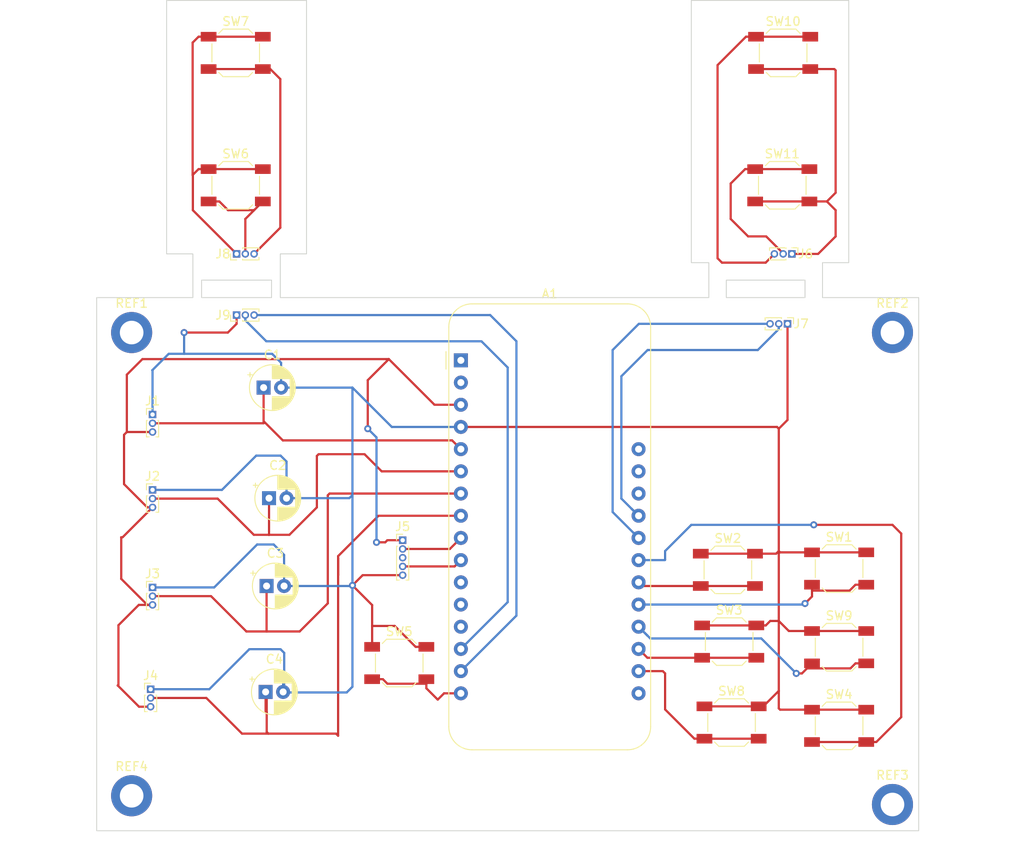
<source format=kicad_pcb>
(kicad_pcb (version 20221018) (generator pcbnew)
  (layers (0 "F.Cu" signal) (31 "B.Cu" signal) (34 "B.Paste" user) (35 "F.Paste" user) (36 "B.SilkS" user "B.Silkscreen") (37 "F.SilkS" user "F.Silkscreen") (38 "B.Mask" user) (39 "F.Mask" user) (44 "Edge.Cuts" user))
  (net 0 "")
  (net 6 "Net-(A1-D24)")
  (net 7 "Net-(A1-D25)")
  (net 9 "Net-(A1-RX)")
  (net 13 "Net-(A1-TX)")
  (net 14 "Net-(A1-D4)")
  (net 15 "Net-(A1-SCL)")
  (net 16 "Net-(A1-D5)")
  (net 17 "Net-(A1-D6)")
  (net 18 "Net-(A1-D9)")
  (net 19 "Net-(A1-D10)")
  (net 20 "Net-(A1-D11)")
  (net 21 "Net-(A1-D12)")
  (net 22 "Net-(A1-D13)")
  (net 23 "GND")
  (net 24 "Net-(A1-A0)")
  (net 25 "Net-(A1-A1)")
  (net 26 "Net-(A1-A2)")
  (net 27 "Net-(A1-A3)")
  (net 28 "+3V3")
  (net 30 "Net-(J8-Pin_1)")
  (net 31 "Net-(J8-Pin_2)")
  (net 32 "Net-(J8-Pin_3)")
  (net 33 "Net-(J6-Pin_3)")
  (net 34 "Net-(J6-Pin_1)")
  (net 35 "Net-(J6-Pin_2)")
  (footprint "Button_Switch_SMD:SW_SPST_SKQG_WithStem" (layer "F.Cu") (at 174.021 56.17)
    (fp_text reference "SW11" (at 0 -3.6) (layer "F.SilkS"))
    (fp_text value "SW_Push")
    (pad "1" smd rect (at -3.1 -1.85) (size 1.8 1.1) (layers "F.Cu" "F.Paste" "F.Mask") (net 35 "Net-(J6-Pin_2)"))
    (pad "1" smd rect (at 3.1 -1.85) (size 1.8 1.1) (layers "F.Cu" "F.Paste" "F.Mask") (net 35 "Net-(J6-Pin_2)"))
    (pad "2" smd rect (at -3.1 1.85) (size 1.8 1.1) (layers "F.Cu" "F.Paste" "F.Mask") (net 34 "Net-(J6-Pin_1)"))
    (pad "2" smd rect (at 3.1 1.85) (size 1.8 1.1) (layers "F.Cu" "F.Paste" "F.Mask") (net 34 "Net-(J6-Pin_1)"))
  )
  (footprint "Button_Switch_SMD:SW_SPST_SKQG_WithStem" (layer "F.Cu") (at 180.521 100.02)
    (fp_text reference "SW1" (at 0 -3.6) (layer "F.SilkS"))
    (fp_text value "SW_Push")
    (pad "1" smd rect (at -3.1 -1.85) (size 1.8 1.1) (layers "F.Cu" "F.Paste" "F.Mask") (net 23 "GND"))
    (pad "1" smd rect (at 3.1 -1.85) (size 1.8 1.1) (layers "F.Cu" "F.Paste" "F.Mask") (net 23 "GND"))
    (pad "2" smd rect (at -3.1 1.85) (size 1.8 1.1) (layers "F.Cu" "F.Paste" "F.Mask") (net 18 "Net-(A1-D9)"))
    (pad "2" smd rect (at 3.1 1.85) (size 1.8 1.1) (layers "F.Cu" "F.Paste" "F.Mask") (net 18 "Net-(A1-D9)"))
  )
  (footprint "Connector_PinHeader_1.00mm:PinHeader_1x03_P1.00mm_Vertical" (layer "F.Cu") (at 174.621 72.02 -90)
    (fp_text reference "J7" (at 0 -1.56 -180) (layer "F.SilkS"))
    (fp_text value "Conn_01x03_Pin")
    (pad "1" thru_hole rect (at 0 0 270) (size 0.85 0.85) (drill 0.5) (layers "*.Cu" "*.Mask") (net 23 "GND"))
    (pad "2" thru_hole oval (at 0 1 270) (size 0.85 0.85) (drill 0.5) (layers "*.Cu" "*.Mask") (net 22 "Net-(A1-D13)"))
    (pad "3" thru_hole oval (at 0 2 270) (size 0.85 0.85) (drill 0.5) (layers "*.Cu" "*.Mask") (net 21 "Net-(A1-D12)"))
  )
  (footprint "Button_Switch_SMD:SW_SPST_SKQG_WithStem" (layer "F.Cu") (at 174.121 41.02)
    (fp_text reference "SW10" (at 0 -3.6) (layer "F.SilkS"))
    (fp_text value "SW_Push")
    (pad "1" smd rect (at -3.1 -1.85) (size 1.8 1.1) (layers "F.Cu" "F.Paste" "F.Mask") (net 33 "Net-(J6-Pin_3)"))
    (pad "1" smd rect (at 3.1 -1.85) (size 1.8 1.1) (layers "F.Cu" "F.Paste" "F.Mask") (net 33 "Net-(J6-Pin_3)"))
    (pad "2" smd rect (at -3.1 1.85) (size 1.8 1.1) (layers "F.Cu" "F.Paste" "F.Mask") (net 34 "Net-(J6-Pin_1)"))
    (pad "2" smd rect (at 3.1 1.85) (size 1.8 1.1) (layers "F.Cu" "F.Paste" "F.Mask") (net 34 "Net-(J6-Pin_1)"))
  )
  (footprint "MountingHole:MountingHole_2.7mm_M2.5_DIN965_Pad" (layer "F.Cu") (at 186.621 73.02)
    (fp_text reference "REF2" (at 0 -3.35) (layer "F.SilkS"))
    (fp_text value "MountingHole_2.7mm_M2.5_DIN965_Pad")
    (pad "1" thru_hole circle (at 0 0) (size 4.7 4.7) (drill 2.7) (layers "*.Cu" "*.Mask"))
  )
  (footprint "Button_Switch_SMD:SW_SPST_SKQG_WithStem" (layer "F.Cu") (at 130.221 110.83)
    (fp_text reference "SW5" (at 0 -3.6) (layer "F.SilkS"))
    (fp_text value "SW_Push")
    (pad "1" smd rect (at -3.1 -1.85) (size 1.8 1.1) (layers "F.Cu" "F.Paste" "F.Mask") (net 23 "GND"))
    (pad "1" smd rect (at 3.1 -1.85) (size 1.8 1.1) (layers "F.Cu" "F.Paste" "F.Mask") (net 23 "GND"))
    (pad "2" smd rect (at -3.1 1.85) (size 1.8 1.1) (layers "F.Cu" "F.Paste" "F.Mask") (net 14 "Net-(A1-D4)"))
    (pad "2" smd rect (at 3.1 1.85) (size 1.8 1.1) (layers "F.Cu" "F.Paste" "F.Mask") (net 14 "Net-(A1-D4)"))
  )
  (footprint "Button_Switch_SMD:SW_SPST_SKQG_WithStem" (layer "F.Cu") (at 111.521 41.02)
    (fp_text reference "SW7" (at 0 -3.6) (layer "F.SilkS"))
    (fp_text value "SW_Push")
    (pad "1" smd rect (at -3.1 -1.85) (size 1.8 1.1) (layers "F.Cu" "F.Paste" "F.Mask") (net 30 "Net-(J8-Pin_1)"))
    (pad "1" smd rect (at 3.1 -1.85) (size 1.8 1.1) (layers "F.Cu" "F.Paste" "F.Mask") (net 30 "Net-(J8-Pin_1)"))
    (pad "2" smd rect (at -3.1 1.85) (size 1.8 1.1) (layers "F.Cu" "F.Paste" "F.Mask") (net 32 "Net-(J8-Pin_3)"))
    (pad "2" smd rect (at 3.1 1.85) (size 1.8 1.1) (layers "F.Cu" "F.Paste" "F.Mask") (net 32 "Net-(J8-Pin_3)"))
  )
  (footprint "Connector_PinHeader_1.00mm:PinHeader_1x03_P1.00mm_Vertical" (layer "F.Cu") (at 102.01 102.18)
    (fp_text reference "J3" (at 0 -1.56) (layer "F.SilkS"))
    (fp_text value "Conn_01x03_Pin")
    (pad "1" thru_hole rect (at 0 0) (size 0.85 0.85) (drill 0.5) (layers "*.Cu" "*.Mask") (net 23 "GND"))
    (pad "2" thru_hole oval (at 0 1) (size 0.85 0.85) (drill 0.5) (layers "*.Cu" "*.Mask") (net 26 "Net-(A1-A2)"))
    (pad "3" thru_hole oval (at 0 2) (size 0.85 0.85) (drill 0.5) (layers "*.Cu" "*.Mask") (net 28 "+3V3"))
  )
  (footprint "Connector_PinHeader_1.00mm:PinHeader_1x05_P1.00mm_Vertical" (layer "F.Cu") (at 130.611 96.78)
    (fp_text reference "J5" (at 0 -1.56) (layer "F.SilkS"))
    (fp_text value "Conn_01x05_Pin")
    (pad "1" thru_hole rect (at 0 0) (size 0.85 0.85) (drill 0.5) (layers "*.Cu" "*.Mask") (net 28 "+3V3"))
    (pad "2" thru_hole oval (at 0 1) (size 0.85 0.85) (drill 0.5) (layers "*.Cu" "*.Mask") (net 6 "Net-(A1-D24)"))
    (pad "3" thru_hole oval (at 0 2) (size 0.85 0.85) (drill 0.5) (layers "*.Cu" "*.Mask"))
    (pad "4" thru_hole oval (at 0 3) (size 0.85 0.85) (drill 0.5) (layers "*.Cu" "*.Mask") (net 7 "Net-(A1-D25)"))
    (pad "5" thru_hole oval (at 0 4) (size 0.85 0.85) (drill 0.5) (layers "*.Cu" "*.Mask") (net 23 "GND"))
  )
  (footprint "Button_Switch_SMD:SW_SPST_SKQG_WithStem" (layer "F.Cu") (at 180.521 109.02)
    (fp_text reference "SW9" (at 0 -3.6) (layer "F.SilkS"))
    (fp_text value "SW_Push")
    (pad "1" smd rect (at -3.1 -1.85) (size 1.8 1.1) (layers "F.Cu" "F.Paste" "F.Mask") (net 23 "GND"))
    (pad "1" smd rect (at 3.1 -1.85) (size 1.8 1.1) (layers "F.Cu" "F.Paste" "F.Mask") (net 23 "GND"))
    (pad "2" smd rect (at -3.1 1.85) (size 1.8 1.1) (layers "F.Cu" "F.Paste" "F.Mask") (net 17 "Net-(A1-D6)"))
    (pad "2" smd rect (at 3.1 1.85) (size 1.8 1.1) (layers "F.Cu" "F.Paste" "F.Mask") (net 17 "Net-(A1-D6)"))
  )
  (footprint "Connector_PinHeader_1.00mm:PinHeader_1x03_P1.00mm_Vertical" (layer "F.Cu") (at 111.621 64.02 90)
    (fp_text reference "J8" (at 0 -1.56) (layer "F.SilkS"))
    (fp_text value "Conn_01x03_Pin")
    (pad "1" thru_hole rect (at 0 0 90) (size 0.85 0.85) (drill 0.5) (layers "*.Cu" "*.Mask") (net 30 "Net-(J8-Pin_1)"))
    (pad "2" thru_hole oval (at 0 1 90) (size 0.85 0.85) (drill 0.5) (layers "*.Cu" "*.Mask") (net 31 "Net-(J8-Pin_2)"))
    (pad "3" thru_hole oval (at 0 2 90) (size 0.85 0.85) (drill 0.5) (layers "*.Cu" "*.Mask") (net 32 "Net-(J8-Pin_3)"))
  )
  (footprint "Button_Switch_SMD:SW_SPST_SKQG_WithStem" (layer "F.Cu") (at 167.801 100.17)
    (fp_text reference "SW2" (at 0 -3.6) (layer "F.SilkS"))
    (fp_text value "SW_Push")
    (pad "1" smd rect (at -3.1 -1.85) (size 1.8 1.1) (layers "F.Cu" "F.Paste" "F.Mask") (net 23 "GND"))
    (pad "1" smd rect (at 3.1 -1.85) (size 1.8 1.1) (layers "F.Cu" "F.Paste" "F.Mask") (net 23 "GND"))
    (pad "2" smd rect (at -3.1 1.85) (size 1.8 1.1) (layers "F.Cu" "F.Paste" "F.Mask") (net 19 "Net-(A1-D10)"))
    (pad "2" smd rect (at 3.1 1.85) (size 1.8 1.1) (layers "F.Cu" "F.Paste" "F.Mask") (net 19 "Net-(A1-D10)"))
  )
  (footprint "Button_Switch_SMD:SW_SPST_SKQG_WithStem" (layer "F.Cu") (at 111.521 56.17)
    (fp_text reference "SW6" (at 0 -3.6) (layer "F.SilkS"))
    (fp_text value "SW_Push")
    (pad "1" smd rect (at -3.1 -1.85) (size 1.8 1.1) (layers "F.Cu" "F.Paste" "F.Mask") (net 30 "Net-(J8-Pin_1)"))
    (pad "1" smd rect (at 3.1 -1.85) (size 1.8 1.1) (layers "F.Cu" "F.Paste" "F.Mask") (net 30 "Net-(J8-Pin_1)"))
    (pad "2" smd rect (at -3.1 1.85) (size 1.8 1.1) (layers "F.Cu" "F.Paste" "F.Mask") (net 31 "Net-(J8-Pin_2)"))
    (pad "2" smd rect (at 3.1 1.85) (size 1.8 1.1) (layers "F.Cu" "F.Paste" "F.Mask") (net 31 "Net-(J8-Pin_2)"))
  )
  (footprint "Button_Switch_SMD:SW_SPST_SKQG_WithStem" (layer "F.Cu") (at 180.521 118.02)
    (fp_text reference "SW4" (at 0 -3.6) (layer "F.SilkS"))
    (fp_text value "SW_Push")
    (pad "1" smd rect (at -3.1 -1.85) (size 1.8 1.1) (layers "F.Cu" "F.Paste" "F.Mask") (net 23 "GND"))
    (pad "1" smd rect (at 3.1 -1.85) (size 1.8 1.1) (layers "F.Cu" "F.Paste" "F.Mask") (net 23 "GND"))
    (pad "2" smd rect (at -3.1 1.85) (size 1.8 1.1) (layers "F.Cu" "F.Paste" "F.Mask") (net 20 "Net-(A1-D11)"))
    (pad "2" smd rect (at 3.1 1.85) (size 1.8 1.1) (layers "F.Cu" "F.Paste" "F.Mask") (net 20 "Net-(A1-D11)"))
  )
  (footprint "Capacitor_THT:CP_Radial_D5.0mm_P2.00mm" (layer "F.Cu") (at 114.941 114.14)
    (fp_text reference "C4" (at 1 -3.75) (layer "F.SilkS"))
    (fp_text value "C_Polarized_Small")
    (pad "1" thru_hole rect (at 0 0) (size 1.6 1.6) (drill 0.8) (layers "*.Cu" "*.Mask") (net 27 "Net-(A1-A3)"))
    (pad "2" thru_hole circle (at 2 0) (size 1.6 1.6) (drill 0.8) (layers "*.Cu" "*.Mask") (net 23 "GND"))
  )
  (footprint "Capacitor_THT:CP_Radial_D5.0mm_P2.00mm" (layer "F.Cu") (at 115.331 91.97)
    (fp_text reference "C2" (at 1 -3.75) (layer "F.SilkS"))
    (fp_text value "C_Polarized_Small")
    (pad "1" thru_hole rect (at 0 0) (size 1.6 1.6) (drill 0.8) (layers "*.Cu" "*.Mask") (net 25 "Net-(A1-A1)"))
    (pad "2" thru_hole circle (at 2 0) (size 1.6 1.6) (drill 0.8) (layers "*.Cu" "*.Mask") (net 23 "GND"))
  )
  (footprint "Connector_PinHeader_1.00mm:PinHeader_1x03_P1.00mm_Vertical" (layer "F.Cu") (at 102.01 91.02)
    (fp_text reference "J2" (at 0 -1.56) (layer "F.SilkS"))
    (fp_text value "Conn_01x03_Pin")
    (pad "1" thru_hole rect (at 0 0) (size 0.85 0.85) (drill 0.5) (layers "*.Cu" "*.Mask") (net 23 "GND"))
    (pad "2" thru_hole oval (at 0 1) (size 0.85 0.85) (drill 0.5) (layers "*.Cu" "*.Mask") (net 25 "Net-(A1-A1)"))
    (pad "3" thru_hole oval (at 0 2) (size 0.85 0.85) (drill 0.5) (layers "*.Cu" "*.Mask") (net 28 "+3V3"))
  )
  (footprint "Button_Switch_SMD:SW_SPST_SKQG_WithStem" (layer "F.Cu") (at 168.221 117.64)
    (fp_text reference "SW8" (at 0 -3.6) (layer "F.SilkS"))
    (fp_text value "SW_Push")
    (pad "1" smd rect (at -3.1 -1.85) (size 1.8 1.1) (layers "F.Cu" "F.Paste" "F.Mask") (net 23 "GND"))
    (pad "1" smd rect (at 3.1 -1.85) (size 1.8 1.1) (layers "F.Cu" "F.Paste" "F.Mask") (net 23 "GND"))
    (pad "2" smd rect (at -3.1 1.85) (size 1.8 1.1) (layers "F.Cu" "F.Paste" "F.Mask") (net 15 "Net-(A1-SCL)"))
    (pad "2" smd rect (at 3.1 1.85) (size 1.8 1.1) (layers "F.Cu" "F.Paste" "F.Mask") (net 15 "Net-(A1-SCL)"))
  )
  (footprint "Connector_PinHeader_1.00mm:PinHeader_1x03_P1.00mm_Vertical" (layer "F.Cu") (at 111.621 71.02 90)
    (fp_text reference "J9" (at 0 -1.56) (layer "F.SilkS"))
    (fp_text value "Conn_01x03_Pin")
    (pad "1" thru_hole rect (at 0 0 90) (size 0.85 0.85) (drill 0.5) (layers "*.Cu" "*.Mask") (net 23 "GND"))
    (pad "2" thru_hole oval (at 0 1 90) (size 0.85 0.85) (drill 0.5) (layers "*.Cu" "*.Mask") (net 9 "Net-(A1-RX)"))
    (pad "3" thru_hole oval (at 0 2 90) (size 0.85 0.85) (drill 0.5) (layers "*.Cu" "*.Mask") (net 13 "Net-(A1-TX)"))
  )
  (footprint "Button_Switch_SMD:SW_SPST_SKQG_WithStem" (layer "F.Cu") (at 167.951 108.38)
    (fp_text reference "SW3" (at 0 -3.6) (layer "F.SilkS"))
    (fp_text value "SW_Push")
    (pad "1" smd rect (at -3.1 -1.85) (size 1.8 1.1) (layers "F.Cu" "F.Paste" "F.Mask") (net 23 "GND"))
    (pad "1" smd rect (at 3.1 -1.85) (size 1.8 1.1) (layers "F.Cu" "F.Paste" "F.Mask") (net 23 "GND"))
    (pad "2" smd rect (at -3.1 1.85) (size 1.8 1.1) (layers "F.Cu" "F.Paste" "F.Mask") (net 16 "Net-(A1-D5)"))
    (pad "2" smd rect (at 3.1 1.85) (size 1.8 1.1) (layers "F.Cu" "F.Paste" "F.Mask") (net 16 "Net-(A1-D5)"))
  )
  (footprint "MountingHole:MountingHole_2.7mm_M2.5_DIN965_Pad" (layer "F.Cu") (at 99.621 126.02)
    (fp_text reference "REF4" (at 0 -3.35) (layer "F.SilkS"))
    (fp_text value "MountingHole_2.7mm_M2.5_DIN965_Pad")
    (pad "1" thru_hole circle (at 0 0) (size 4.7 4.7) (drill 2.7) (layers "*.Cu" "*.Mask"))
  )
  (footprint "MountingHole:MountingHole_2.7mm_M2.5_DIN965_Pad" (layer "F.Cu") (at 99.621 73.02)
    (fp_text reference "REF1" (at 0 -3.35) (layer "F.SilkS"))
    (fp_text value "MountingHole_2.7mm_M2.5_DIN965_Pad")
    (pad "1" thru_hole circle (at 0 0) (size 4.7 4.7) (drill 2.7) (layers "*.Cu" "*.Mask"))
  )
  (footprint "MountingHole:MountingHole_2.7mm_M2.5_DIN965_Pad" (layer "F.Cu") (at 186.621 127.02)
    (fp_text reference "REF3" (at 0 -3.35) (layer "F.SilkS"))
    (fp_text value "MountingHole_2.7mm_M2.5_DIN965_Pad")
    (pad "1" thru_hole circle (at 0 0) (size 4.7 4.7) (drill 2.7) (layers "*.Cu" "*.Mask"))
  )
  (footprint "Connector_PinHeader_1.00mm:PinHeader_1x03_P1.00mm_Vertical" (layer "F.Cu") (at 175.121 64.02 -90)
    (fp_text reference "J6" (at 0 -1.56) (layer "F.SilkS"))
    (fp_text value "Conn_01x03_Pin")
    (pad "1" thru_hole rect (at 0 0 270) (size 0.85 0.85) (drill 0.5) (layers "*.Cu" "*.Mask") (net 34 "Net-(J6-Pin_1)"))
    (pad "2" thru_hole oval (at 0 1 270) (size 0.85 0.85) (drill 0.5) (layers "*.Cu" "*.Mask") (net 35 "Net-(J6-Pin_2)"))
    (pad "3" thru_hole oval (at 0 2 270) (size 0.85 0.85) (drill 0.5) (layers "*.Cu" "*.Mask") (net 33 "Net-(J6-Pin_3)"))
  )
  (footprint "Connector_PinHeader_1.00mm:PinHeader_1x03_P1.00mm_Vertical" (layer "F.Cu") (at 101.791 113.83)
    (fp_text reference "J4" (at 0 -1.56) (layer "F.SilkS"))
    (fp_text value "Conn_01x03_Pin")
    (pad "1" thru_hole rect (at 0 0) (size 0.85 0.85) (drill 0.5) (layers "*.Cu" "*.Mask") (net 23 "GND"))
    (pad "2" thru_hole oval (at 0 1) (size 0.85 0.85) (drill 0.5) (layers "*.Cu" "*.Mask") (net 27 "Net-(A1-A3)"))
    (pad "3" thru_hole oval (at 0 2) (size 0.85 0.85) (drill 0.5) (layers "*.Cu" "*.Mask") (net 28 "+3V3"))
  )
  (footprint "Connector_PinHeader_1.00mm:PinHeader_1x03_P1.00mm_Vertical" (layer "F.Cu") (at 102.01 82.4)
    (fp_text reference "J1" (at 0 -1.56) (layer "F.SilkS"))
    (fp_text value "Conn_01x03_Pin")
    (pad "1" thru_hole rect (at 0 0) (size 0.85 0.85) (drill 0.5) (layers "*.Cu" "*.Mask") (net 23 "GND"))
    (pad "2" thru_hole oval (at 0 1) (size 0.85 0.85) (drill 0.5) (layers "*.Cu" "*.Mask") (net 24 "Net-(A1-A0)"))
    (pad "3" thru_hole oval (at 0 2) (size 0.85 0.85) (drill 0.5) (layers "*.Cu" "*.Mask") (net 28 "+3V3"))
  )
  (footprint "Module:Adafruit_Feather" (layer "F.Cu") (at 137.2675 76.2)
    (fp_text reference "A1" (at 10.16 -7.62) (layer "F.SilkS"))
    (fp_text value "Adafruit_Feather_Generic")
    (pad "1" thru_hole rect (at 0 0 180) (size 1.6 1.6) (drill 0.8) (layers "*.Cu" "*.Mask"))
    (pad "2" thru_hole circle (at 0 2.54 180) (size 1.6 1.6) (drill 0.8) (layers "*.Cu" "*.Mask"))
    (pad "3" thru_hole circle (at 0 5.08 180) (size 1.6 1.6) (drill 0.8) (layers "*.Cu" "*.Mask") (net 28 "+3V3"))
    (pad "4" thru_hole circle (at 0 7.62 180) (size 1.6 1.6) (drill 0.8) (layers "*.Cu" "*.Mask") (net 23 "GND"))
    (pad "5" thru_hole circle (at 0 10.16 180) (size 1.6 1.6) (drill 0.8) (layers "*.Cu" "*.Mask") (net 24 "Net-(A1-A0)"))
    (pad "6" thru_hole circle (at 0 12.7 180) (size 1.6 1.6) (drill 0.8) (layers "*.Cu" "*.Mask") (net 25 "Net-(A1-A1)"))
    (pad "7" thru_hole circle (at 0 15.24 180) (size 1.6 1.6) (drill 0.8) (layers "*.Cu" "*.Mask") (net 26 "Net-(A1-A2)"))
    (pad "8" thru_hole circle (at 0 17.78 180) (size 1.6 1.6) (drill 0.8) (layers "*.Cu" "*.Mask") (net 27 "Net-(A1-A3)"))
    (pad "9" thru_hole circle (at 0 20.32 180) (size 1.6 1.6) (drill 0.8) (layers "*.Cu" "*.Mask") (net 6 "Net-(A1-D24)"))
    (pad "10" thru_hole circle (at 0 22.86 180) (size 1.6 1.6) (drill 0.8) (layers "*.Cu" "*.Mask") (net 7 "Net-(A1-D25)"))
    (pad "11" thru_hole circle (at 0 25.4 180) (size 1.6 1.6) (drill 0.8) (layers "*.Cu" "*.Mask"))
    (pad "12" thru_hole circle (at 0 27.94 180) (size 1.6 1.6) (drill 0.8) (layers "*.Cu" "*.Mask"))
    (pad "13" thru_hole circle (at 0 30.48 180) (size 1.6 1.6) (drill 0.8) (layers "*.Cu" "*.Mask"))
    (pad "14" thru_hole circle (at 0 33.02 180) (size 1.6 1.6) (drill 0.8) (layers "*.Cu" "*.Mask") (net 9 "Net-(A1-RX)"))
    (pad "15" thru_hole circle (at 0 35.56 180) (size 1.6 1.6) (drill 0.8) (layers "*.Cu" "*.Mask") (net 13 "Net-(A1-TX)"))
    (pad "16" thru_hole circle (at 0 38.1 180) (size 1.6 1.6) (drill 0.8) (layers "*.Cu" "*.Mask") (net 14 "Net-(A1-D4)"))
    (pad "17" thru_hole circle (at 20.32 38.1 180) (size 1.6 1.6) (drill 0.8) (layers "*.Cu" "*.Mask"))
    (pad "18" thru_hole circle (at 20.32 35.56 180) (size 1.6 1.6) (drill 0.8) (layers "*.Cu" "*.Mask") (net 15 "Net-(A1-SCL)"))
    (pad "19" thru_hole circle (at 20.32 33.02 180) (size 1.6 1.6) (drill 0.8) (layers "*.Cu" "*.Mask") (net 16 "Net-(A1-D5)"))
    (pad "20" thru_hole circle (at 20.32 30.48 180) (size 1.6 1.6) (drill 0.8) (layers "*.Cu" "*.Mask") (net 17 "Net-(A1-D6)"))
    (pad "21" thru_hole circle (at 20.32 27.94 180) (size 1.6 1.6) (drill 0.8) (layers "*.Cu" "*.Mask") (net 18 "Net-(A1-D9)"))
    (pad "22" thru_hole circle (at 20.32 25.4 180) (size 1.6 1.6) (drill 0.8) (layers "*.Cu" "*.Mask") (net 19 "Net-(A1-D10)"))
    (pad "23" thru_hole circle (at 20.32 22.86 180) (size 1.6 1.6) (drill 0.8) (layers "*.Cu" "*.Mask") (net 20 "Net-(A1-D11)"))
    (pad "24" thru_hole circle (at 20.32 20.32 180) (size 1.6 1.6) (drill 0.8) (layers "*.Cu" "*.Mask") (net 21 "Net-(A1-D12)"))
    (pad "25" thru_hole circle (at 20.32 17.78 180) (size 1.6 1.6) (drill 0.8) (layers "*.Cu" "*.Mask") (net 22 "Net-(A1-D13)"))
    (pad "26" thru_hole circle (at 20.32 15.24 180) (size 1.6 1.6) (drill 0.8) (layers "*.Cu" "*.Mask"))
    (pad "27" thru_hole circle (at 20.32 12.7 180) (size 1.6 1.6) (drill 0.8) (layers "*.Cu" "*.Mask"))
    (pad "28" thru_hole circle (at 20.32 10.16 180) (size 1.6 1.6) (drill 0.8) (layers "*.Cu" "*.Mask"))
  )
  (footprint "Capacitor_THT:CP_Radial_D5.0mm_P2.00mm" (layer "F.Cu") (at 114.71 79.32)
    (fp_text reference "C1" (at 1 -3.75) (layer "F.SilkS"))
    (fp_text value "C_Polarized_Small")
    (pad "1" thru_hole rect (at 0 0) (size 1.6 1.6) (drill 0.8) (layers "*.Cu" "*.Mask") (net 24 "Net-(A1-A0)"))
    (pad "2" thru_hole circle (at 2 0) (size 1.6 1.6) (drill 0.8) (layers "*.Cu" "*.Mask") (net 23 "GND"))
  )
  (footprint "Capacitor_THT:CP_Radial_D5.0mm_P2.00mm" (layer "F.Cu") (at 115.051 102.02)
    (fp_text reference "C3" (at 1 -3.75) (layer "F.SilkS"))
    (fp_text value "C_Polarized_Small")
    (pad "1" thru_hole rect (at 0 0) (size 1.6 1.6) (drill 0.8) (layers "*.Cu" "*.Mask") (net 26 "Net-(A1-A2)"))
    (pad "2" thru_hole circle (at 2 0) (size 1.6 1.6) (drill 0.8) (layers "*.Cu" "*.Mask") (net 23 "GND"))
  )
  (gr_poly (pts (xy 95.621 69.02) (xy 95.621 130.02) (xy 189.621 130.02) (xy 189.621 69.02) (xy 178.621 69.02) (xy 178.621 65.02) (xy 181.621 65.02) (xy 181.621 35.02) (xy 163.621 35.02) (xy 163.621 65.02) (xy 165.621 65.02) (xy 165.621 69.02) (xy 116.621 69.02) (xy 116.621 64.02) (xy 119.621 64.02) (xy 119.621 35.02) (xy 103.621 35.02) (xy 103.621 64.02) (xy 106.621 64.02) (xy 106.621 69.02)) (stroke (width 0.1)) (fill none) (layer "Edge.Cuts"))
  (gr_poly (pts (xy 167.621 67.02) (xy 176.621 67.02) (xy 176.621 69.02) (xy 167.621 69.02)) (stroke (width 0.1)) (fill none) (layer "Edge.Cuts"))
  (gr_poly (pts (xy 107.621 67.02) (xy 115.621 67.02) (xy 115.621 69.02) (xy 107.621 69.02)) (stroke (width 0.1)) (fill none) (layer "Edge.Cuts"))
  (segment (start 130.611 97.78) (end 136.008 97.78) (width 0.25) (layer "F.Cu") (net 6))
  (segment (start 136.008 97.78) (end 137.268 96.5205) (width 0.25) (layer "F.Cu") (net 6))
  (segment (start 130.611 99.78) (end 136.548 99.78) (width 0.25) (layer "F.Cu") (net 7))
  (segment (start 137.2675 99.06) (end 137.268 99.0605) (width 0.25) (layer "F.Cu") (net 7))
  (segment (start 136.548 99.78) (end 137.268 99.0605) (width 0.25) (layer "F.Cu") (net 7))
  (segment (start 142.621 103.866) (end 137.268 109.22) (width 0.25) (layer "B.Cu") (net 9))
  (segment (start 112.621 71.621) (end 115.02 74.02) (width 0.25) (layer "B.Cu") (net 9))
  (segment (start 137.2675 109.22) (end 137.268 109.22) (width 0.25) (layer "B.Cu") (net 9))
  (segment (start 112.621 71.02) (end 112.621 71.621) (width 0.25) (layer "B.Cu") (net 9))
  (segment (start 142.621 77.02) (end 142.621 103.866) (width 0.25) (layer "B.Cu") (net 9))
  (segment (start 115.02 74.02) (end 139.621 74.02) (width 0.25) (layer "B.Cu") (net 9))
  (segment (start 139.621 74.02) (end 142.621 77.02) (width 0.25) (layer "B.Cu") (net 9))
  (segment (start 113.621 71.02) (end 140.621 71.02) (width 0.25) (layer "B.Cu") (net 13))
  (segment (start 137.2675 111.76) (end 137.268 111.76) (width 0.25) (layer "B.Cu") (net 13))
  (segment (start 143.621 105.406) (end 137.268 111.76) (width 0.25) (layer "B.Cu") (net 13))
  (segment (start 140.621 71.02) (end 143.621 74.02) (width 0.25) (layer "B.Cu") (net 13))
  (segment (start 143.621 74.02) (end 143.621 105.406) (width 0.25) (layer "B.Cu") (net 13))
  (segment (start 133.321 113.2) (end 133.321 113.72) (width 0.25) (layer "F.Cu") (net 14))
  (segment (start 128.348 112.68) (end 128.868 113.2) (width 0.25) (layer "F.Cu") (net 14))
  (segment (start 137.2675 114.3) (end 137.268 114.3) (width 0.25) (layer "F.Cu") (net 14))
  (segment (start 128.868 113.2) (end 133.321 113.2) (width 0.25) (layer "F.Cu") (net 14))
  (segment (start 135.341 114.3) (end 137.2675 114.3) (width 0.25) (layer "F.Cu") (net 14))
  (segment (start 133.321 113.72) (end 134.621 115.02) (width 0.25) (layer "F.Cu") (net 14))
  (segment (start 133.321 112.68) (end 133.321 113.2) (width 0.25) (layer "F.Cu") (net 14))
  (segment (start 134.621 115.02) (end 135.341 114.3) (width 0.25) (layer "F.Cu") (net 14))
  (segment (start 127.121 112.68) (end 128.348 112.68) (width 0.25) (layer "F.Cu") (net 14))
  (segment (start 157.588 111.76) (end 157.5875 111.76) (width 0.25) (layer "F.Cu") (net 15))
  (segment (start 160.621 116.14) (end 160.621 112.02) (width 0.25) (layer "F.Cu") (net 15))
  (segment (start 160.361 111.76) (end 157.588 111.76) (width 0.25) (layer "F.Cu") (net 15))
  (segment (start 163.971 119.49) (end 160.621 116.14) (width 0.25) (layer "F.Cu") (net 15))
  (segment (start 165.121 119.49) (end 171.321 119.49) (width 0.25) (layer "F.Cu") (net 15))
  (segment (start 165.121 119.49) (end 163.971 119.49) (width 0.25) (layer "F.Cu") (net 15))
  (segment (start 160.621 112.02) (end 160.361 111.76) (width 0.25) (layer "F.Cu") (net 15))
  (segment (start 157.588 109.22) (end 158.093 109.725) (width 0.25) (layer "F.Cu") (net 16))
  (segment (start 164.851 110.23) (end 158.598 110.23) (width 0.25) (layer "F.Cu") (net 16))
  (segment (start 158.092 109.725) (end 157.84 109.4725) (width 0.25) (layer "F.Cu") (net 16))
  (segment (start 157.84 109.4725) (end 157.588 109.22) (width 0.25) (layer "F.Cu") (net 16))
  (segment (start 157.84 109.4725) (end 157.5875 109.22) (width 0.25) (layer "F.Cu") (net 16))
  (segment (start 158.093 109.725) (end 158.092 109.725) (width 0.25) (layer "F.Cu") (net 16))
  (segment (start 158.598 110.23) (end 158.093 109.725) (width 0.25) (layer "F.Cu") (net 16))
  (segment (start 164.851 110.23) (end 171.051 110.23) (width 0.25) (layer "F.Cu") (net 16))
  (segment (start 181.819 111.445) (end 176.846 111.445) (width 0.25) (layer "F.Cu") (net 17))
  (segment (start 176.846 111.445) (end 176.271 112.02) (width 0.25) (layer "F.Cu") (net 17))
  (segment (start 176.271 112.02) (end 175.621 112.02) (width 0.25) (layer "F.Cu") (net 17))
  (segment (start 177.421 110.87) (end 176.846 111.445) (width 0.25) (layer "F.Cu") (net 17))
  (segment (start 182.394 110.87) (end 181.819 111.445) (width 0.25) (layer "F.Cu") (net 17))
  (segment (start 183.621 110.87) (end 182.394 110.87) (width 0.25) (layer "F.Cu") (net 17))
  (via (at 175.621 112.02) (size 0.8) (drill 0.4) (layers "F.Cu" "B.Cu") (net 17))
  (segment (start 158.5925 107.685) (end 157.5875 106.68) (width 0.25) (layer "B.Cu") (net 17))
  (segment (start 175.621 112.02) (end 171.621 108.02) (width 0.25) (layer "B.Cu") (net 17))
  (segment (start 158.928 108.02) (end 158.593 107.685) (width 0.25) (layer "B.Cu") (net 17))
  (segment (start 171.621 108.02) (end 158.928 108.02) (width 0.25) (layer "B.Cu") (net 17))
  (segment (start 158.593 107.685) (end 158.5925 107.685) (width 0.25) (layer "B.Cu") (net 17))
  (segment (start 158.593 107.685) (end 158.258 107.35) (width 0.25) (layer "B.Cu") (net 17))
  (segment (start 183.621 101.87) (end 182.394 101.87) (width 0.25) (layer "F.Cu") (net 18))
  (segment (start 182.394 101.87) (end 181.719 102.545) (width 0.25) (layer "F.Cu") (net 18))
  (segment (start 181.719 102.545) (end 177.421 102.545) (width 0.25) (layer "F.Cu") (net 18))
  (segment (start 177.421 103.22) (end 176.621 104.02) (width 0.25) (layer "F.Cu") (net 18))
  (segment (start 177.421 102.545) (end 177.421 103.22) (width 0.25) (layer "F.Cu") (net 18))
  (segment (start 177.421 101.87) (end 177.421 102.545) (width 0.25) (layer "F.Cu") (net 18))
  (via (at 176.621 104.02) (size 0.8) (drill 0.4) (layers "F.Cu" "B.Cu") (net 18))
  (segment (start 176.501 104.14) (end 157.588 104.14) (width 0.25) (layer "B.Cu") (net 18))
  (segment (start 157.588 104.14) (end 157.5875 104.14) (width 0.25) (layer "B.Cu") (net 18))
  (segment (start 176.621 104.02) (end 176.501 104.14) (width 0.25) (layer "B.Cu") (net 18))
  (segment (start 157.9025 101.915) (end 157.5875 101.6) (width 0.25) (layer "F.Cu") (net 19))
  (segment (start 158.008 102.02) (end 157.903 101.915) (width 0.25) (layer "F.Cu") (net 19))
  (segment (start 157.903 101.915) (end 157.9025 101.915) (width 0.25) (layer "F.Cu") (net 19))
  (segment (start 164.701 102.02) (end 158.008 102.02) (width 0.25) (layer "F.Cu") (net 19))
  (segment (start 157.903 101.915) (end 157.798 101.81) (width 0.25) (layer "F.Cu") (net 19))
  (segment (start 164.701 102.02) (end 170.901 102.02) (width 0.25) (layer "F.Cu") (net 19))
  (segment (start 187.621 117.02) (end 187.621 96.02) (width 0.25) (layer "F.Cu") (net 20))
  (segment (start 183.621 119.87) (end 184.771 119.87) (width 0.25) (layer "F.Cu") (net 20))
  (segment (start 184.771 119.87) (end 187.621 117.02) (width 0.25) (layer "F.Cu") (net 20))
  (segment (start 186.621 95.02) (end 177.621 95.02) (width 0.25) (layer "F.Cu") (net 20))
  (segment (start 183.621 119.87) (end 177.421 119.87) (width 0.25) (layer "F.Cu") (net 20))
  (segment (start 187.621 96.02) (end 186.621 95.02) (width 0.25) (layer "F.Cu") (net 20))
  (via (at 177.621 95.02) (size 0.8) (drill 0.4) (layers "F.Cu" "B.Cu") (net 20))
  (segment (start 157.588 99.06) (end 157.5875 99.06) (width 0.25) (layer "B.Cu") (net 20))
  (segment (start 177.621 95.02) (end 163.621 95.02) (width 0.25) (layer "B.Cu") (net 20))
  (segment (start 160.581 99.06) (end 157.588 99.06) (width 0.25) (layer "B.Cu") (net 20))
  (segment (start 163.621 95.02) (end 160.621 98.02) (width 0.25) (layer "B.Cu") (net 20))
  (segment (start 160.621 98.02) (end 160.621 99.02) (width 0.25) (layer "B.Cu") (net 20))
  (segment (start 160.621 99.02) (end 160.581 99.06) (width 0.25) (layer "B.Cu") (net 20))
  (segment (start 157.588 96.52) (end 156.995 95.9267) (width 0.25) (layer "B.Cu") (net 21))
  (segment (start 154.621 93.5535) (end 156.995 95.9267) (width 0.25) (layer "B.Cu") (net 21))
  (segment (start 157.588 96.5196) (end 157.588 96.5198) (width 0.25) (layer "B.Cu") (net 21))
  (segment (start 157.621 72.02) (end 154.621 75.02) (width 0.25) (layer "B.Cu") (net 21))
  (segment (start 157.5877 96.5198) (end 157.5875 96.52) (width 0.25) (layer "B.Cu") (net 21))
  (segment (start 154.621 75.02) (end 154.621 93.5535) (width 0.25) (layer "B.Cu") (net 21))
  (segment (start 157.588 96.5198) (end 157.588 96.52) (width 0.25) (layer "B.Cu") (net 21))
  (segment (start 157.588 96.5198) (end 157.5877 96.5198) (width 0.25) (layer "B.Cu") (net 21))
  (segment (start 172.621 72.02) (end 157.621 72.02) (width 0.25) (layer "B.Cu") (net 21))
  (segment (start 156.995 95.9267) (end 157.588 96.5196) (width 0.25) (layer "B.Cu") (net 21))
  (segment (start 157.588 93.9797) (end 157.588 93.9798) (width 0.25) (layer "B.Cu") (net 22))
  (segment (start 157.588 93.9798) (end 157.588 93.98) (width 0.25) (layer "B.Cu") (net 22))
  (segment (start 157.5877 93.9798) (end 157.5875 93.98) (width 0.25) (layer "B.Cu") (net 22))
  (segment (start 156.801 93.1934) (end 157.588 93.9797) (width 0.25) (layer "B.Cu") (net 22))
  (segment (start 173.621 72.621) (end 171.222 75.02) (width 0.25) (layer "B.Cu") (net 22))
  (segment (start 171.222 75.02) (end 158.621 75.02) (width 0.25) (layer "B.Cu") (net 22))
  (segment (start 158.621 75.02) (end 155.621 78.02) (width 0.25) (layer "B.Cu") (net 22))
  (segment (start 155.621 78.02) (end 155.621 92.0135) (width 0.25) (layer "B.Cu") (net 22))
  (segment (start 155.621 92.0135) (end 156.801 93.1934) (width 0.25) (layer "B.Cu") (net 22))
  (segment (start 157.588 93.9798) (end 157.5877 93.9798) (width 0.25) (layer "B.Cu") (net 22))
  (segment (start 173.621 72.02) (end 173.621 72.621) (width 0.25) (layer "B.Cu") (net 22))
  (segment (start 157.588 93.98) (end 156.801 93.1934) (width 0.25) (layer "B.Cu") (net 22))
  (segment (start 164.701 98.32) (end 170.901 98.32) (width 0.25) (layer "F.Cu") (net 23))
  (segment (start 170.901 98.32) (end 173.321 98.32) (width 0.25) (layer "F.Cu") (net 23))
  (segment (start 172.131 106.53) (end 172.641 106.02) (width 0.25) (layer "F.Cu") (net 23))
  (segment (start 126.04 100.78) (end 124.87 101.95) (width 0.25) (layer "F.Cu") (net 23))
  (segment (start 164.851 106.53) (end 171.051 106.53) (width 0.25) (layer "F.Cu") (net 23))
  (segment (start 129.705 106.59) (end 127.121 106.59) (width 0.25) (layer "F.Cu") (net 23))
  (segment (start 137.2675 83.82) (end 137.268 83.82) (width 0.25) (layer "F.Cu") (net 23))
  (segment (start 127.121 104.201) (end 124.87 101.95) (width 0.25) (layer "F.Cu") (net 23))
  (segment (start 171.051 106.53) (end 172.131 106.53) (width 0.25) (layer "F.Cu") (net 23))
  (segment (start 110.621 73.02) (end 105.621 73.02) (width 0.25) (layer "F.Cu") (net 23))
  (segment (start 173.621 114.02) (end 173.621 116.02) (width 0.25) (layer "F.Cu") (net 23))
  (segment (start 111.621 71.02) (end 111.621 72.02) (width 0.25) (layer "F.Cu") (net 23))
  (segment (start 177.421 98.17) (end 173.771 98.17) (width 0.25) (layer "F.Cu") (net 23))
  (segment (start 174.621 83.02) (end 173.621 84.02) (width 0.25) (layer "F.Cu") (net 23))
  (segment (start 173.621 106.02) (end 173.621 114.02) (width 0.25) (layer "F.Cu") (net 23))
  (segment (start 173.621 116.02) (end 173.771 116.17) (width 0.25) (layer "F.Cu") (net 23))
  (segment (start 137.268 83.82) (end 173.421 83.82) (width 0.25) (layer "F.Cu") (net 23))
  (segment (start 173.771 98.17) (end 173.621 98.02) (width 0.25) (layer "F.Cu") (net 23))
  (segment (start 172.641 106.02) (end 173.621 106.02) (width 0.25) (layer "F.Cu") (net 23))
  (segment (start 165.121 115.79) (end 171.321 115.79) (width 0.25) (layer "F.Cu") (net 23))
  (segment (start 174.621 72.02) (end 174.621 83.02) (width 0.25) (layer "F.Cu") (net 23))
  (segment (start 127.121 106.59) (end 127.121 104.201) (width 0.25) (layer "F.Cu") (net 23))
  (segment (start 183.621 107.17) (end 177.421 107.17) (width 0.25) (layer "F.Cu") (net 23))
  (segment (start 132.094 108.98) (end 129.705 106.59) (width 0.25) (layer "F.Cu") (net 23))
  (segment (start 130.611 100.78) (end 126.04 100.78) (width 0.25) (layer "F.Cu") (net 23))
  (segment (start 111.621 72.02) (end 110.621 73.02) (width 0.25) (layer "F.Cu") (net 23))
  (segment (start 171.851 115.79) (end 173.621 114.02) (width 0.25) (layer "F.Cu") (net 23))
  (segment (start 177.421 98.17) (end 183.621 98.17) (width 0.25) (layer "F.Cu") (net 23))
  (segment (start 183.621 116.17) (end 177.421 116.17) (width 0.25) (layer "F.Cu") (net 23))
  (segment (start 173.321 98.32) (end 173.621 98.02) (width 0.25) (layer "F.Cu") (net 23))
  (segment (start 177.421 107.17) (end 174.771 107.17) (width 0.25) (layer "F.Cu") (net 23))
  (segment (start 173.771 116.17) (end 177.421 116.17) (width 0.25) (layer "F.Cu") (net 23))
  (segment (start 127.121 108.98) (end 127.121 106.59) (width 0.25) (layer "F.Cu") (net 23))
  (segment (start 133.321 108.98) (end 132.094 108.98) (width 0.25) (layer "F.Cu") (net 23))
  (segment (start 173.421 83.82) (end 173.621 84.02) (width 0.25) (layer "F.Cu") (net 23))
  (segment (start 173.621 84.02) (end 173.621 98.02) (width 0.25) (layer "F.Cu") (net 23))
  (segment (start 171.321 115.79) (end 171.851 115.79) (width 0.25) (layer "F.Cu") (net 23))
  (segment (start 173.621 98.02) (end 173.621 106.02) (width 0.25) (layer "F.Cu") (net 23))
  (segment (start 174.771 107.17) (end 173.621 106.02) (width 0.25) (layer "F.Cu") (net 23))
  (via (at 124.87 101.95) (size 0.8) (drill 0.4) (layers "F.Cu" "B.Cu") (net 23))
  (via (at 105.621 73.02) (size 0.8) (drill 0.4) (layers "F.Cu" "B.Cu") (net 23))
  (segment (start 109.951 91.02) (end 113.871 87.1) (width 0.25) (layer "B.Cu") (net 23))
  (segment (start 116.941 112.062) (end 116.941 114.14) (width 0.25) (layer "B.Cu") (net 23))
  (segment (start 102.01 91.02) (end 109.951 91.02) (width 0.25) (layer "B.Cu") (net 23))
  (segment (start 103.861 75.45) (end 101.981 77.33) (width 0.25) (layer "B.Cu") (net 23))
  (segment (start 124.87 79.32) (end 124.87 91.61) (width 0.25) (layer "B.Cu") (net 23))
  (segment (start 116.71 76.479) (end 115.681 75.45) (width 0.25) (layer "B.Cu") (net 23))
  (segment (start 124.87 79.32) (end 129.37 83.82) (width 0.25) (layer "B.Cu") (net 23))
  (segment (start 124.8 102.02) (end 124.87 101.95) (width 0.25) (layer "B.Cu") (net 23))
  (segment (start 137.2675 83.82) (end 137.268 83.82) (width 0.25) (layer "B.Cu") (net 23))
  (segment (start 124.87 91.61) (end 124.87 101.95) (width 0.25) (layer "B.Cu") (net 23))
  (segment (start 109.061 102.18) (end 113.971 97.27) (width 0.25) (layer "B.Cu") (net 23))
  (segment (start 117.066 109.675) (end 117.066 111.938) (width 0.25) (layer "B.Cu") (net 23))
  (segment (start 124.87 79.32) (end 116.71 79.32) (width 0.25) (layer "B.Cu") (net 23))
  (segment (start 129.37 83.82) (end 137.2675 83.82) (width 0.25) (layer "B.Cu") (net 23))
  (segment (start 124.87 113.54) (end 124.87 101.95) (width 0.25) (layer "B.Cu") (net 23))
  (segment (start 105.621 75.45) (end 103.861 75.45) (width 0.25) (layer "B.Cu") (net 23))
  (segment (start 108.501 113.83) (end 113.081 109.25) (width 0.25) (layer "B.Cu") (net 23))
  (segment (start 117.331 87.78) (end 117.331 91.97) (width 0.25) (layer "B.Cu") (net 23))
  (segment (start 117.066 111.938) (end 117.066 114.2) (width 0.25) (layer "B.Cu") (net 23))
  (segment (start 102.01 77.359) (end 102.01 82.4) (width 0.25) (layer "B.Cu") (net 23))
  (segment (start 115.681 75.45) (end 105.621 75.45) (width 0.25) (layer "B.Cu") (net 23))
  (segment (start 124.21 114.2) (end 124.87 113.54) (width 0.25) (layer "B.Cu") (net 23))
  (segment (start 117.051 102.02) (end 124.8 102.02) (width 0.25) (layer "B.Cu") (net 23))
  (segment (start 124.51 91.97) (end 124.87 91.61) (width 0.25) (layer "B.Cu") (net 23))
  (segment (start 113.871 87.1) (end 116.651 87.1) (width 0.25) (layer "B.Cu") (net 23))
  (segment (start 101.791 113.83) (end 108.501 113.83) (width 0.25) (layer "B.Cu") (net 23))
  (segment (start 117.066 111.938) (end 116.941 112.062) (width 0.25) (layer "B.Cu") (net 23))
  (segment (start 117.051 98.46) (end 117.051 102.02) (width 0.25) (layer "B.Cu") (net 23))
  (segment (start 116.71 79.32) (end 116.71 76.479) (width 0.25) (layer "B.Cu") (net 23))
  (segment (start 117.066 114.2) (end 124.21 114.2) (width 0.25) (layer "B.Cu") (net 23))
  (segment (start 116.651 87.1) (end 117.331 87.78) (width 0.25) (layer "B.Cu") (net 23))
  (segment (start 105.621 73.02) (end 105.621 75.45) (width 0.25) (layer "B.Cu") (net 23))
  (segment (start 117.331 91.97) (end 124.51 91.97) (width 0.25) (layer "B.Cu") (net 23))
  (segment (start 113.081 109.25) (end 116.641 109.25) (width 0.25) (layer "B.Cu") (net 23))
  (segment (start 116.641 109.25) (end 117.066 109.675) (width 0.25) (layer "B.Cu") (net 23))
  (segment (start 101.981 77.33) (end 102.01 77.359) (width 0.25) (layer "B.Cu") (net 23))
  (segment (start 113.971 97.27) (end 115.861 97.27) (width 0.25) (layer "B.Cu") (net 23))
  (segment (start 102.01 102.18) (end 109.061 102.18) (width 0.25) (layer "B.Cu") (net 23))
  (segment (start 115.861 97.27) (end 117.051 98.46) (width 0.25) (layer "B.Cu") (net 23))
  (segment (start 114.71 83.16) (end 116.91 85.36) (width 0.25) (layer "F.Cu") (net 24))
  (segment (start 114.71 79.32) (end 114.71 83.16) (width 0.25) (layer "F.Cu") (net 24))
  (segment (start 102.01 83.4) (end 114.71 83.4) (width 0.25) (layer "F.Cu") (net 24))
  (segment (start 136.268 85.36) (end 137.268 86.3595) (width 0.25) (layer "F.Cu") (net 24))
  (segment (start 137.2675 86.36) (end 137.268 86.3595) (width 0.25) (layer "F.Cu") (net 24))
  (segment (start 114.71 83.4) (end 114.71 83.16) (width 0.25) (layer "F.Cu") (net 24))
  (segment (start 116.91 85.36) (end 136.268 85.36) (width 0.25) (layer "F.Cu") (net 24))
  (segment (start 113.591 96.16) (end 115.321 96.16) (width 0.25) (layer "F.Cu") (net 25))
  (segment (start 102.01 92.02) (end 109.451 92.02) (width 0.25) (layer "F.Cu") (net 25))
  (segment (start 126.251 86.94) (end 121.001 86.94) (width 0.25) (layer "F.Cu") (net 25))
  (segment (start 117.661 96.16) (end 115.321 96.16) (width 0.25) (layer "F.Cu") (net 25))
  (segment (start 115.321 96.16) (end 115.331 96.15) (width 0.25) (layer "F.Cu") (net 25))
  (segment (start 120.801 93.02) (end 117.661 96.16) (width 0.25) (layer "F.Cu") (net 25))
  (segment (start 128.211 88.9) (end 126.251 86.94) (width 0.25) (layer "F.Cu") (net 25))
  (segment (start 120.801 87.14) (end 120.801 93.02) (width 0.25) (layer "F.Cu") (net 25))
  (segment (start 109.451 92.02) (end 113.591 96.16) (width 0.25) (layer "F.Cu") (net 25))
  (segment (start 137.2675 88.9) (end 128.211 88.9) (width 0.25) (layer "F.Cu") (net 25))
  (segment (start 121.001 86.94) (end 120.801 87.14) (width 0.25) (layer "F.Cu") (net 25))
  (segment (start 115.331 96.15) (end 115.331 91.97) (width 0.25) (layer "F.Cu") (net 25))
  (segment (start 137.268 88.9) (end 137.2675 88.9) (width 0.25) (layer "F.Cu") (net 25))
  (segment (start 102.01 103.18) (end 108.701 103.18) (width 0.25) (layer "F.Cu") (net 26))
  (segment (start 112.741 107.22) (end 115.071 107.22) (width 0.25) (layer "F.Cu") (net 26))
  (segment (start 122.051 91.64) (end 122.251 91.44) (width 0.25) (layer "F.Cu") (net 26))
  (segment (start 108.701 103.18) (end 112.741 107.22) (width 0.25) (layer "F.Cu") (net 26))
  (segment (start 115.071 107.22) (end 118.831 107.22) (width 0.25) (layer "F.Cu") (net 26))
  (segment (start 137.2675 91.44) (end 137.268 91.44) (width 0.25) (layer "F.Cu") (net 26))
  (segment (start 115.051 102.02) (end 115.051 107.2) (width 0.25) (layer "F.Cu") (net 26))
  (segment (start 118.831 107.22) (end 122.051 104) (width 0.25) (layer "F.Cu") (net 26))
  (segment (start 115.051 107.2) (end 115.071 107.22) (width 0.25) (layer "F.Cu") (net 26))
  (segment (start 122.051 104) (end 122.051 91.64) (width 0.25) (layer "F.Cu") (net 26))
  (segment (start 122.251 91.44) (end 137.2675 91.44) (width 0.25) (layer "F.Cu") (net 26))
  (segment (start 123.231 119.15) (end 123.231 100.76) (width 0.25) (layer "F.Cu") (net 27))
  (segment (start 115.261 118.91) (end 122.991 118.91) (width 0.25) (layer "F.Cu") (net 27))
  (segment (start 123.231 100.76) (end 123.231 98.8465) (width 0.25) (layer "F.Cu") (net 27))
  (segment (start 122.991 118.91) (end 123.231 119.15) (width 0.25) (layer "F.Cu") (net 27))
  (segment (start 115.066 118.715) (end 115.261 118.91) (width 0.25) (layer "F.Cu") (net 27))
  (segment (start 101.791 114.83) (end 108.161 114.83) (width 0.25) (layer "F.Cu") (net 27))
  (segment (start 123.231 98.6) (end 127.851 93.98) (width 0.25) (layer "F.Cu") (net 27))
  (segment (start 108.161 114.83) (end 112.241 118.91) (width 0.25) (layer "F.Cu") (net 27))
  (segment (start 114.941 116.332) (end 114.941 114.14) (width 0.25) (layer "F.Cu") (net 27))
  (segment (start 137.2675 93.98) (end 137.268 93.98) (width 0.25) (layer "F.Cu") (net 27))
  (segment (start 115.066 114.2) (end 115.066 116.458) (width 0.25) (layer "F.Cu") (net 27))
  (segment (start 112.241 118.91) (end 115.261 118.91) (width 0.25) (layer "F.Cu") (net 27))
  (segment (start 127.851 93.98) (end 137.2675 93.98) (width 0.25) (layer "F.Cu") (net 27))
  (segment (start 123.231 100.76) (end 123.231 98.8465) (width 0.25) (layer "F.Cu") (net 27))
  (segment (start 115.066 116.458) (end 114.941 116.332) (width 0.25) (layer "F.Cu") (net 27))
  (segment (start 115.066 116.458) (end 115.066 118.715) (width 0.25) (layer "F.Cu") (net 27))
  (segment (start 123.231 98.8465) (end 123.231 98.6) (width 0.25) (layer "F.Cu") (net 27))
  (segment (start 134.251 81.28) (end 137.2675 81.28) (width 0.25) (layer "F.Cu") (net 28))
  (segment (start 98.431 101.202) (end 101.409 104.18) (width 0.25) (layer "F.Cu") (net 28))
  (segment (start 99.071 84.4) (end 98.751 84.72) (width 0.25) (layer "F.Cu") (net 28))
  (segment (start 98.111 113.32) (end 98.031 113.4) (width 0.25) (layer "F.Cu") (net 28))
  (segment (start 100.441 104.18) (end 98.111 106.51) (width 0.25) (layer "F.Cu") (net 28))
  (segment (start 126.621 84.02) (end 126.621 78.47) (width 0.25) (layer "F.Cu") (net 28))
  (segment (start 101.409 104.18) (end 100.441 104.18) (width 0.25) (layer "F.Cu") (net 28))
  (segment (start 102.01 93.02) (end 98.59 96.44) (width 0.25) (layer "F.Cu") (net 28))
  (segment (start 99.071 84.4) (end 99.071 77.84) (width 0.25) (layer "F.Cu") (net 28))
  (segment (start 98.59 96.44) (end 98.431 96.44) (width 0.25) (layer "F.Cu") (net 28))
  (segment (start 98.751 84.72) (end 98.751 90.362) (width 0.25) (layer "F.Cu") (net 28))
  (segment (start 129.031 76.06) (end 134.251 81.28) (width 0.25) (layer "F.Cu") (net 28))
  (segment (start 137.2675 81.28) (end 137.268 81.28) (width 0.25) (layer "F.Cu") (net 28))
  (segment (start 100.461 115.83) (end 101.791 115.83) (width 0.25) (layer "F.Cu") (net 28))
  (segment (start 126.621 78.47) (end 129.031 76.06) (width 0.25) (layer "F.Cu") (net 28))
  (segment (start 98.431 96.44) (end 98.431 101.202) (width 0.25) (layer "F.Cu") (net 28))
  (segment (start 101.409 104.18) (end 102.01 104.18) (width 0.25) (layer "F.Cu") (net 28))
  (segment (start 100.851 76.06) (end 129.031 76.06) (width 0.25) (layer "F.Cu") (net 28))
  (segment (start 98.751 90.362) (end 101.409 93.02) (width 0.25) (layer "F.Cu") (net 28))
  (segment (start 102.01 104.18) (end 101.409 104.18) (width 0.25) (layer "F.Cu") (net 28))
  (segment (start 99.071 77.84) (end 100.851 76.06) (width 0.25) (layer "F.Cu") (net 28))
  (segment (start 101.409 93.02) (end 102.01 93.02) (width 0.25) (layer "F.Cu") (net 28))
  (segment (start 128.861 96.78) (end 130.611 96.78) (width 0.25) (layer "F.Cu") (net 28))
  (segment (start 127.621 97.02) (end 128.621 97.02) (width 0.25) (layer "F.Cu") (net 28))
  (segment (start 98.111 106.51) (end 98.111 113.32) (width 0.25) (layer "F.Cu") (net 28))
  (segment (start 98.031 113.4) (end 100.461 115.83) (width 0.25) (layer "F.Cu") (net 28))
  (segment (start 102.01 84.4) (end 99.071 84.4) (width 0.25) (layer "F.Cu") (net 28))
  (segment (start 128.621 97.02) (end 128.861 96.78) (width 0.25) (layer "F.Cu") (net 28))
  (via (at 127.621 97.02) (size 0.8) (drill 0.4) (layers "F.Cu" "B.Cu") (net 28))
  (via (at 126.621 84.02) (size 0.8) (drill 0.4) (layers "F.Cu" "B.Cu") (net 28))
  (segment (start 127.621 85.02) (end 126.621 84.02) (width 0.25) (layer "B.Cu") (net 28))
  (segment (start 127.621 97.02) (end 127.621 85.02) (width 0.25) (layer "B.Cu") (net 28))
  (segment (start 107.271 54.32) (end 106.596 54.995) (width 0.25) (layer "F.Cu") (net 30))
  (segment (start 114.621 39.17) (end 115.148 39.17) (width 0.25) (layer "F.Cu") (net 30))
  (segment (start 106.621 55.02) (end 106.621 59.02) (width 0.25) (layer "F.Cu") (net 30))
  (segment (start 106.596 54.995) (end 106.621 55.02) (width 0.25) (layer "F.Cu") (net 30))
  (segment (start 106.596 39.845) (end 107.271 39.17) (width 0.25) (layer "F.Cu") (net 30))
  (segment (start 108.421 39.17) (end 114.621 39.17) (width 0.25) (layer "F.Cu") (net 30))
  (segment (start 106.596 54.995) (end 106.596 39.845) (width 0.25) (layer "F.Cu") (net 30))
  (segment (start 108.421 54.32) (end 114.621 54.32) (width 0.25) (layer "F.Cu") (net 30))
  (segment (start 108.421 54.32) (end 107.271 54.32) (width 0.25) (layer "F.Cu") (net 30))
  (segment (start 107.271 39.17) (end 108.421 39.17) (width 0.25) (layer "F.Cu") (net 30))
  (segment (start 106.621 59.02) (end 111.621 64.02) (width 0.25) (layer "F.Cu") (net 30))
  (segment (start 110.648 59.02) (end 113.621 59.02) (width 0.25) (layer "F.Cu") (net 31))
  (segment (start 112.621 60.02) (end 112.621 64.02) (width 0.25) (layer "F.Cu") (net 31))
  (segment (start 109.648 58.02) (end 110.648 59.02) (width 0.25) (layer "F.Cu") (net 31))
  (segment (start 108.421 58.02) (end 109.648 58.02) (width 0.25) (layer "F.Cu") (net 31))
  (segment (start 114.621 58.02) (end 113.621 59.02) (width 0.25) (layer "F.Cu") (net 31))
  (segment (start 113.621 59.02) (end 112.621 60.02) (width 0.25) (layer "F.Cu") (net 31))
  (segment (start 114.621 42.87) (end 108.421 42.87) (width 0.25) (layer "F.Cu") (net 32))
  (segment (start 116.621 44.02) (end 116.621 61.02) (width 0.25) (layer "F.Cu") (net 32))
  (segment (start 116.621 61.02) (end 113.621 64.02) (width 0.25) (layer "F.Cu") (net 32))
  (segment (start 115.471 42.87) (end 116.621 44.02) (width 0.25) (layer "F.Cu") (net 32))
  (segment (start 114.621 42.87) (end 115.471 42.87) (width 0.25) (layer "F.Cu") (net 32))
  (segment (start 166.621 42.42) (end 166.621 64.52) (width 0.25) (layer "F.Cu") (net 33))
  (segment (start 172.121 65.02) (end 173.121 64.02) (width 0.25) (layer "F.Cu") (net 33))
  (segment (start 169.871 39.17) (end 166.621 42.42) (width 0.25) (layer "F.Cu") (net 33))
  (segment (start 166.621 64.52) (end 167.121 65.02) (width 0.25) (layer "F.Cu") (net 33))
  (segment (start 167.121 65.02) (end 172.121 65.02) (width 0.25) (layer "F.Cu") (net 33))
  (segment (start 171.021 39.17) (end 177.221 39.17) (width 0.25) (layer "F.Cu") (net 33))
  (segment (start 171.021 39.17) (end 169.871 39.17) (width 0.25) (layer "F.Cu") (net 33))
  (segment (start 180.121 57.02) (end 179.121 58.02) (width 0.25) (layer "F.Cu") (net 34))
  (segment (start 177.221 42.87) (end 179.971 42.87) (width 0.25) (layer "F.Cu") (net 34))
  (segment (start 177.121 58.02) (end 170.921 58.02) (width 0.25) (layer "F.Cu") (net 34))
  (segment (start 179.971 42.87) (end 180.121 43.02) (width 0.25) (layer "F.Cu") (net 34))
  (segment (start 178.121 64.02) (end 180.121 62.02) (width 0.25) (layer "F.Cu") (net 34))
  (segment (start 175.121 64.02) (end 178.121 64.02) (width 0.25) (layer "F.Cu") (net 34))
  (segment (start 180.121 43.02) (end 180.121 57.02) (width 0.25) (layer "F.Cu") (net 34))
  (segment (start 180.121 59.02) (end 179.121 58.02) (width 0.25) (layer "F.Cu") (net 34))
  (segment (start 179.121 58.02) (end 177.121 58.02) (width 0.25) (layer "F.Cu") (net 34))
  (segment (start 171.021 42.87) (end 177.221 42.87) (width 0.25) (layer "F.Cu") (net 34))
  (segment (start 180.121 62.02) (end 180.121 59.02) (width 0.25) (layer "F.Cu") (net 34))
  (segment (start 168.121 55.97) (end 168.121 60.02) (width 0.25) (layer "F.Cu") (net 35))
  (segment (start 172.182 62.02) (end 174.121 63.9593) (width 0.25) (layer "F.Cu") (net 35))
  (segment (start 168.121 60.02) (end 170.121 62.02) (width 0.25) (layer "F.Cu") (net 35))
  (segment (start 170.121 62.02) (end 172.182 62.02) (width 0.25) (layer "F.Cu") (net 35))
  (segment (start 174.121 63.9593) (end 174.121 64.02) (width 0.25) (layer "F.Cu") (net 35))
  (segment (start 170.921 54.32) (end 169.771 54.32) (width 0.25) (layer "F.Cu") (net 35))
  (segment (start 170.921 54.32) (end 177.121 54.32) (width 0.25) (layer "F.Cu") (net 35))
  (segment (start 169.771 54.32) (end 168.121 55.97) (width 0.25) (layer "F.Cu") (net 35))
)
</source>
